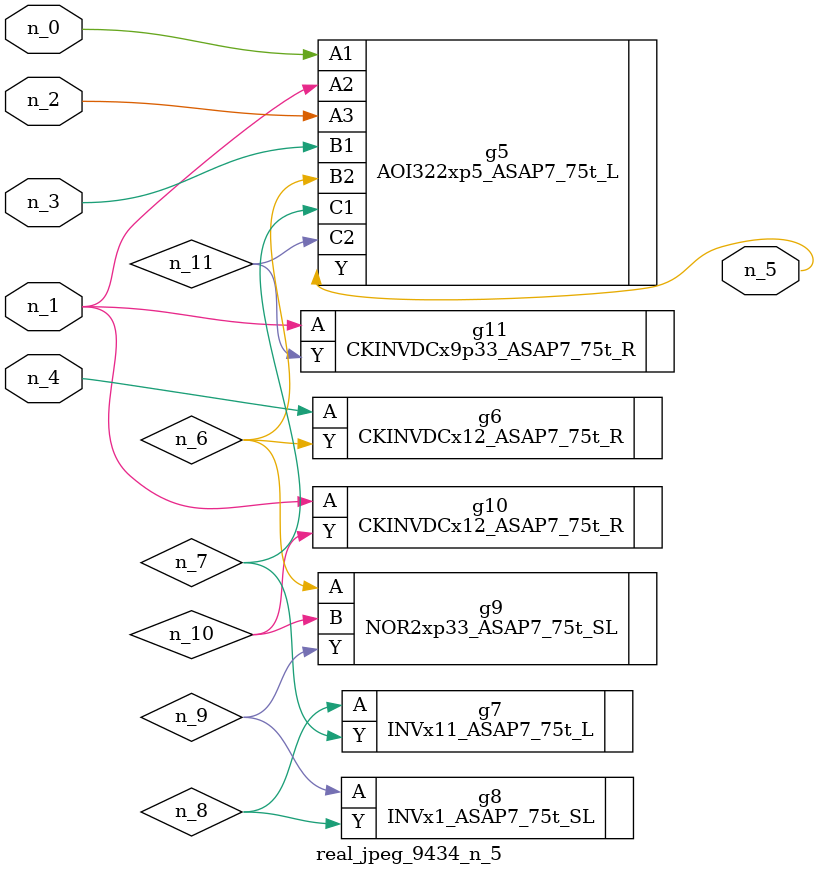
<source format=v>
module real_jpeg_9434_n_5 (n_4, n_0, n_1, n_2, n_3, n_5);

input n_4;
input n_0;
input n_1;
input n_2;
input n_3;

output n_5;

wire n_8;
wire n_11;
wire n_6;
wire n_7;
wire n_10;
wire n_9;

AOI322xp5_ASAP7_75t_L g5 ( 
.A1(n_0),
.A2(n_1),
.A3(n_2),
.B1(n_3),
.B2(n_6),
.C1(n_7),
.C2(n_11),
.Y(n_5)
);

CKINVDCx12_ASAP7_75t_R g10 ( 
.A(n_1),
.Y(n_10)
);

CKINVDCx9p33_ASAP7_75t_R g11 ( 
.A(n_1),
.Y(n_11)
);

CKINVDCx12_ASAP7_75t_R g6 ( 
.A(n_4),
.Y(n_6)
);

NOR2xp33_ASAP7_75t_SL g9 ( 
.A(n_6),
.B(n_10),
.Y(n_9)
);

INVx11_ASAP7_75t_L g7 ( 
.A(n_8),
.Y(n_7)
);

INVx1_ASAP7_75t_SL g8 ( 
.A(n_9),
.Y(n_8)
);


endmodule
</source>
